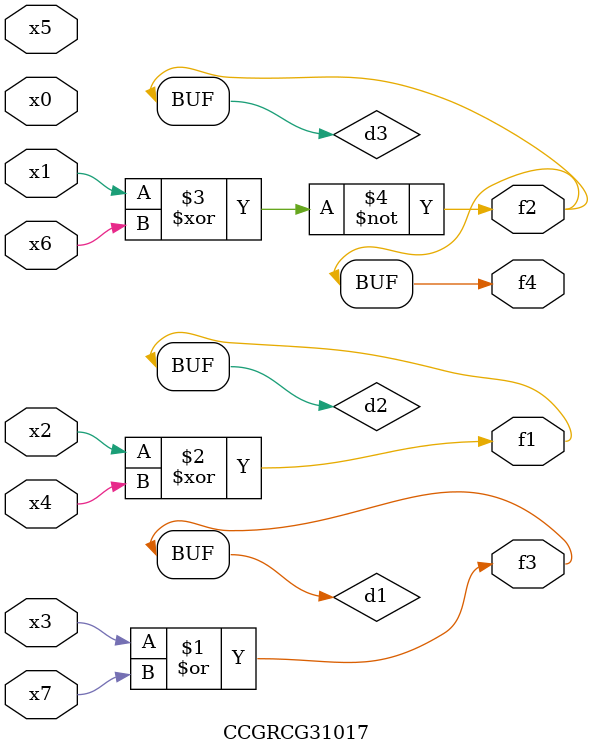
<source format=v>
module CCGRCG31017(
	input x0, x1, x2, x3, x4, x5, x6, x7,
	output f1, f2, f3, f4
);

	wire d1, d2, d3;

	or (d1, x3, x7);
	xor (d2, x2, x4);
	xnor (d3, x1, x6);
	assign f1 = d2;
	assign f2 = d3;
	assign f3 = d1;
	assign f4 = d3;
endmodule

</source>
